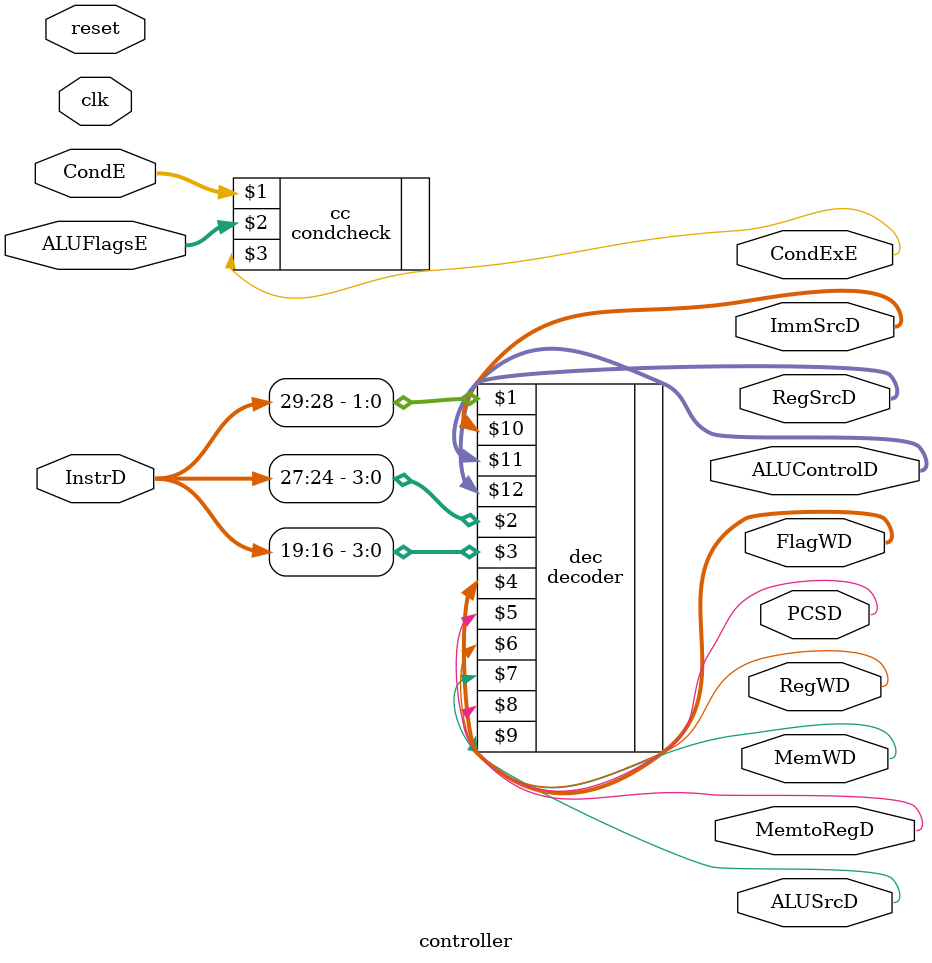
<source format=sv>
module controller(input logic clk, reset,
						input logic [29:16] InstrD,
						input logic [3:0] ALUFlagsE,
						input logic [3:0] CondE,
						output logic [1:0] RegSrcD,
						output logic [1:0] ImmSrcD,
						output logic ALUSrcD,
						output logic [1:0] ALUControlD,
						output logic MemtoRegD,
						output logic PCSD, RegWD, MemWD,
						output logic CondExE,
						output logic [1:0] FlagWD);

decoder dec(InstrD[29:28], InstrD[27:24], InstrD[19:16],
				FlagWD, PCSD, RegWD, MemWD,
				MemtoRegD, ALUSrcD, 
				ImmSrcD, RegSrcD, 
				ALUControlD);
				
				
condcheck cc(CondE, ALUFlagsE, CondExE);
				
endmodule 
</source>
